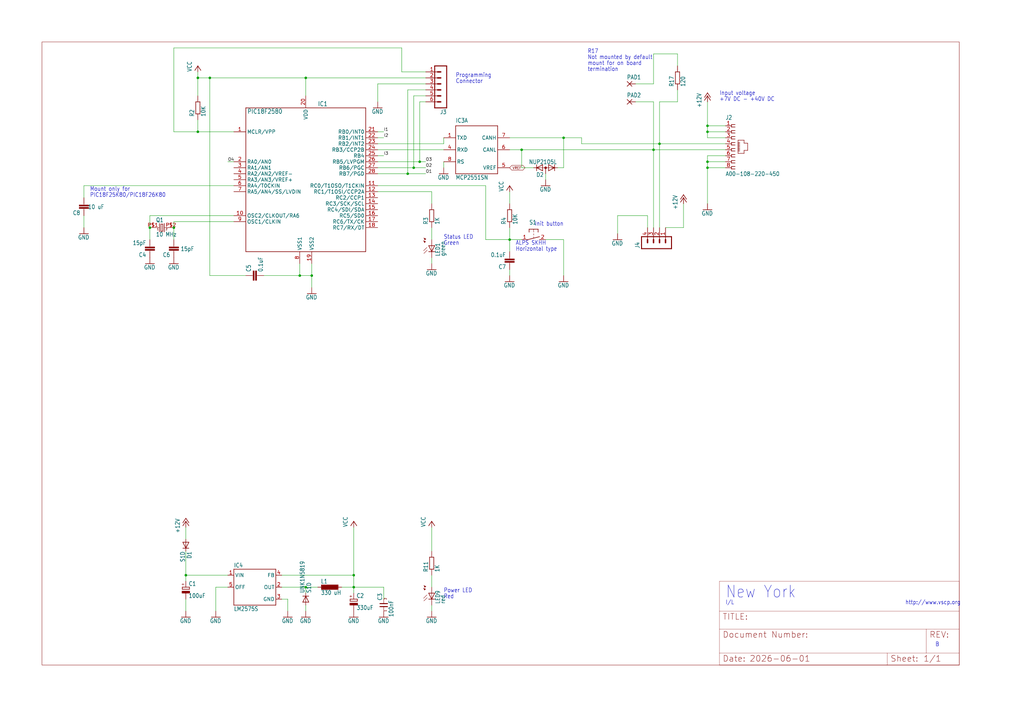
<source format=kicad_sch>
(kicad_sch (version 20250114) (generator "eeschema") (generator_version "9.0")
  (paper "User" 433.807 302.311)
  (lib_symbols
    (symbol "new_york_rev_B-eagle-import:+12V" (power)
      (symbol "+12V_1_0"
        (polyline (pts (xy 0 1.27) (xy -1.27 -0.635)) (stroke (width 0.254)))
        (polyline (pts (xy 0 0) (xy -1.27 -1.905)) (stroke (width 0.254)))
        (polyline (pts (xy 1.27 -0.635) (xy 0 1.27)) (stroke (width 0.254)))
        (polyline (pts (xy 1.27 -1.905) (xy 0 0)) (stroke (width 0.254)))
        (pin power_in line (at 0 -2.54 90) (length 2.54) (name "+12V") (number "1"))
      )
    )
    (symbol "new_york_rev_B-eagle-import:1,6/0,8"
      (property "Reference" "PAD" (at -1.143 1.8542 0))
      (symbol "1,6/0,8_1_0"
        (polyline (pts (xy -1.016 1.016) (xy 1.016 -1.016)) (stroke (width 0.254)))
        (polyline (pts (xy -1.016 -1.016) (xy 1.016 1.016)) (stroke (width 0.254)))
        (pin passive line (at 2.54 0 180) (length 2.54) (name "P") (number "1"))
      )
    )
    (symbol "new_york_rev_B-eagle-import:31-XX"
      (property "Reference" "S" (at -6.35 -1.905 90))
      (symbol "31-XX_1_0"
        (polyline (pts (xy -4.445 1.905) (xy -4.445 0)) (stroke (width 0.254)))
        (polyline (pts (xy -4.445 1.905) (xy -3.175 1.905)) (stroke (width 0.254)))
        (polyline (pts (xy -4.445 0) (xy -4.445 -1.905)) (stroke (width 0.254)))
        (polyline (pts (xy -4.445 0) (xy -3.175 0)) (stroke (width 0.1524)))
        (polyline (pts (xy -4.445 -1.905) (xy -3.175 -1.905)) (stroke (width 0.254)))
        (polyline (pts (xy -2.54 0) (xy -1.905 0)) (stroke (width 0.1524)))
        (polyline (pts (xy -1.27 0) (xy -0.635 0)) (stroke (width 0.1524)))
        (polyline (pts (xy -0.635 0) (xy -1.27 2.54)) (stroke (width 0.254)))
        (polyline (pts (xy 0 2.54) (xy 0 3.175)) (stroke (width 0.254)))
        (polyline (pts (xy 0 -2.54) (xy -0.635 0)) (stroke (width 0.254)))
        (polyline (pts (xy 0 -3.175) (xy 0 -2.54)) (stroke (width 0.254)))
        (pin passive line (at 0 5.08 270) (length 2.54) (name "S") (number "2"))
        (pin passive line (at 0 -5.08 90) (length 2.54) (name "P") (number "1"))
      )
    )
    (symbol "new_york_rev_B-eagle-import:A00-108-220-450"
      (symbol "A00-108-220-450_1_0"
        (polyline (pts (xy 2.54 8.128) (xy 2.54 7.112)) (stroke (width 0.254)))
        (polyline (pts (xy 2.54 7.112) (xy 4.064 7.112)) (stroke (width 0.254)))
        (polyline (pts (xy 2.54 5.588) (xy 2.54 4.572)) (stroke (width 0.254)))
        (polyline (pts (xy 2.54 4.572) (xy 4.064 4.572)) (stroke (width 0.254)))
        (polyline (pts (xy 2.54 3.048) (xy 2.54 2.032)) (stroke (width 0.254)))
        (polyline (pts (xy 2.54 2.032) (xy 4.064 2.032)) (stroke (width 0.254)))
        (polyline (pts (xy 2.54 0.508) (xy 2.54 -0.508)) (stroke (width 0.254)))
        (polyline (pts (xy 2.54 -0.508) (xy 4.064 -0.508)) (stroke (width 0.254)))
        (polyline (pts (xy 2.54 -2.032) (xy 2.54 -3.048)) (stroke (width 0.254)))
        (polyline (pts (xy 2.54 -3.048) (xy 4.064 -3.048)) (stroke (width 0.254)))
        (polyline (pts (xy 2.54 -4.572) (xy 2.54 -5.588)) (stroke (width 0.254)))
        (polyline (pts (xy 2.54 -5.588) (xy 4.064 -5.588)) (stroke (width 0.254)))
        (polyline (pts (xy 2.54 -7.112) (xy 2.54 -8.128)) (stroke (width 0.254)))
        (polyline (pts (xy 2.54 -8.128) (xy 4.064 -8.128)) (stroke (width 0.254)))
        (polyline (pts (xy 2.54 -9.652) (xy 2.54 -10.668)) (stroke (width 0.254)))
        (polyline (pts (xy 2.54 -10.668) (xy 4.064 -10.668)) (stroke (width 0.254)))
        (polyline (pts (xy 4.064 8.128) (xy 2.54 8.128)) (stroke (width 0.254)))
        (polyline (pts (xy 4.064 5.588) (xy 2.54 5.588)) (stroke (width 0.254)))
        (polyline (pts (xy 4.064 3.048) (xy 2.54 3.048)) (stroke (width 0.254)))
        (polyline (pts (xy 4.064 0.508) (xy 2.54 0.508)) (stroke (width 0.254)))
        (polyline (pts (xy 4.064 -2.032) (xy 2.54 -2.032)) (stroke (width 0.254)))
        (polyline (pts (xy 4.064 -4.572) (xy 2.54 -4.572)) (stroke (width 0.254)))
        (polyline (pts (xy 4.064 -7.112) (xy 2.54 -7.112)) (stroke (width 0.254)))
        (polyline (pts (xy 4.064 -9.652) (xy 2.54 -9.652)) (stroke (width 0.254)))
        (polyline (pts (xy 5.334 1.524) (xy 5.334 0.508)) (stroke (width 0.1998)))
        (polyline (pts (xy 5.334 0.508) (xy 5.334 0)) (stroke (width 0.1998)))
        (polyline (pts (xy 5.334 0.508) (xy 6.096 0.508)) (stroke (width 0.1998)))
        (polyline (pts (xy 5.334 0) (xy 5.334 -0.508)) (stroke (width 0.1998)))
        (polyline (pts (xy 5.334 0) (xy 6.096 0)) (stroke (width 0.1998)))
        (polyline (pts (xy 5.334 -0.508) (xy 5.334 -1.016)) (stroke (width 0.1998)))
        (polyline (pts (xy 5.334 -0.508) (xy 6.096 -0.508)) (stroke (width 0.1998)))
        (polyline (pts (xy 5.334 -1.016) (xy 5.334 -1.524)) (stroke (width 0.1998)))
        (polyline (pts (xy 5.334 -1.016) (xy 6.096 -1.016)) (stroke (width 0.1998)))
        (polyline (pts (xy 5.334 -1.524) (xy 5.334 -2.032)) (stroke (width 0.1998)))
        (polyline (pts (xy 5.334 -1.524) (xy 6.096 -1.524)) (stroke (width 0.1998)))
        (polyline (pts (xy 5.334 -2.032) (xy 5.334 -2.54)) (stroke (width 0.1998)))
        (polyline (pts (xy 5.334 -2.032) (xy 6.096 -2.032)) (stroke (width 0.1998)))
        (polyline (pts (xy 5.334 -2.54) (xy 5.334 -3.048)) (stroke (width 0.1998)))
        (polyline (pts (xy 5.334 -2.54) (xy 6.096 -2.54)) (stroke (width 0.1998)))
        (polyline (pts (xy 5.334 -3.048) (xy 5.334 -4.064)) (stroke (width 0.1998)))
        (polyline (pts (xy 5.334 -3.048) (xy 6.096 -3.048)) (stroke (width 0.1998)))
        (polyline (pts (xy 5.334 -4.064) (xy 7.874 -4.064)) (stroke (width 0.1998)))
        (polyline (pts (xy 7.874 1.524) (xy 5.334 1.524)) (stroke (width 0.1998)))
        (polyline (pts (xy 7.874 0.254) (xy 7.874 1.524)) (stroke (width 0.1998)))
        (polyline (pts (xy 7.874 -2.794) (xy 9.398 -2.794)) (stroke (width 0.1998)))
        (polyline (pts (xy 7.874 -4.064) (xy 7.874 -2.794)) (stroke (width 0.1998)))
        (polyline (pts (xy 9.398 0.254) (xy 7.874 0.254)) (stroke (width 0.1998)))
        (polyline (pts (xy 9.398 -2.794) (xy 9.398 0.254)) (stroke (width 0.1998)))
        (pin passive line (at 0 7.62 0) (length 2.54) (name "1") (number "1"))
        (pin passive line (at 0 5.08 0) (length 2.54) (name "2") (number "2"))
        (pin passive line (at 0 2.54 0) (length 2.54) (name "3") (number "3"))
        (pin passive line (at 0 0 0) (length 2.54) (name "4") (number "4"))
        (pin passive line (at 0 -2.54 0) (length 2.54) (name "5") (number "5"))
        (pin passive line (at 0 -5.08 0) (length 2.54) (name "6") (number "6"))
        (pin passive line (at 0 -7.62 0) (length 2.54) (name "7") (number "7"))
        (pin passive line (at 0 -10.16 0) (length 2.54) (name "8") (number "8"))
      )
    )
    (symbol "new_york_rev_B-eagle-import:C-EUC0805"
      (property "Reference" "C" (at 1.524 0.381 0))
      (symbol "C-EUC0805_1_0"
        (rectangle (start -2.032 -1.016) (end 2.032 -0.508) (fill (type outline)))
        (rectangle (start -2.032 -2.032) (end 2.032 -1.524) (fill (type outline)))
        (polyline (pts (xy 0 0) (xy 0 -0.508)) (stroke (width 0.1524)))
        (polyline (pts (xy 0 -2.54) (xy 0 -2.032)) (stroke (width 0.1524)))
        (pin passive line (at 0 2.54 270) (length 2.54) (name "1") (number "1"))
        (pin passive line (at 0 -5.08 90) (length 2.54) (name "2") (number "2"))
      )
    )
    (symbol "new_york_rev_B-eagle-import:CNP-0805"
      (property "Reference" "C" (at 1.905 0.635 0))
      (symbol "CNP-0805_1_0"
        (polyline (pts (xy -2.54 0) (xy -0.635 0)) (stroke (width 0.1524)))
        (polyline (pts (xy -0.635 1.5875) (xy -0.635 0)) (stroke (width 0.4064)))
        (polyline (pts (xy -0.635 0) (xy -0.635 -1.5875)) (stroke (width 0.4064)))
        (polyline (pts (xy 0.635 1.5875) (xy 0.635 0)) (stroke (width 0.4064)))
        (polyline (pts (xy 0.635 0) (xy 0.635 -1.5875)) (stroke (width 0.4064)))
        (polyline (pts (xy 2.54 0) (xy 0.635 0)) (stroke (width 0.1524)))
        (text "1" (at -2.794 -1.27 0) (effects (font (size 0.8636 0.734)) (justify left bottom)))
        (text "2" (at 2.286 -1.27 0) (effects (font (size 0.8636 0.734)) (justify left bottom)))
        (pin passive line (at -2.54 0 0) (length 0) (name "1") (number "1"))
        (pin passive line (at 2.54 0 180) (length 0) (name "2") (number "2"))
      )
    )
    (symbol "new_york_rev_B-eagle-import:CPOL-EUD"
      (property "Reference" "C" (at 1.143 0.4826 0))
      (symbol "CPOL-EUD_1_0"
        (rectangle (start -1.651 -2.54) (end 1.651 -1.651) (fill (type outline)))
        (polyline (pts (xy -1.524 0) (xy -1.524 -0.889)) (stroke (width 0.254)))
        (polyline (pts (xy -1.524 0) (xy 1.524 0)) (stroke (width 0.254)))
        (polyline (pts (xy -1.524 -0.889) (xy 1.524 -0.889)) (stroke (width 0.254)))
        (polyline (pts (xy 1.524 -0.889) (xy 1.524 0)) (stroke (width 0.254)))
        (text "+" (at -0.5842 0.4064 900) (effects (font (size 1.27 1.0795)) (justify left bottom)))
        (pin passive line (at 0 2.54 270) (length 2.54) (name "+") (number "+"))
        (pin passive line (at 0 -5.08 90) (length 2.54) (name "-") (number "-"))
      )
    )
    (symbol "new_york_rev_B-eagle-import:DINA3_L"
      (symbol "DINA3_L_1_0"
        (polyline (pts (xy 0 264.16) (xy 388.62 264.16) (xy 388.62 0) (xy 0 0) (xy 0 264.16)))
      )
      (symbol "DINA3_L_2_0"
        (polyline (pts (xy 0 22.86) (xy 0 35.56)) (stroke (width 0.1016)))
        (polyline (pts (xy 0 22.86) (xy 101.6 22.86)) (stroke (width 0.1016)))
        (polyline (pts (xy 0 15.24) (xy 0 22.86)) (stroke (width 0.1016)))
        (polyline (pts (xy 0 5.08) (xy 0 15.24)) (stroke (width 0.1016)))
        (polyline (pts (xy 0 5.08) (xy 71.12 5.08)) (stroke (width 0.1016)))
        (polyline (pts (xy 0 0) (xy 0 5.08)) (stroke (width 0.1016)))
        (polyline (pts (xy 0 0) (xy 71.12 0)) (stroke (width 0.1016)))
        (polyline (pts (xy 71.12 5.08) (xy 71.12 0)) (stroke (width 0.1016)))
        (polyline (pts (xy 71.12 5.08) (xy 87.63 5.08)) (stroke (width 0.1016)))
        (polyline (pts (xy 71.12 0) (xy 101.6 0)) (stroke (width 0.1016)))
        (polyline (pts (xy 87.63 15.24) (xy 0 15.24)) (stroke (width 0.1016)))
        (polyline (pts (xy 87.63 15.24) (xy 87.63 5.08)) (stroke (width 0.1016)))
        (polyline (pts (xy 87.63 5.08) (xy 101.6 5.08)) (stroke (width 0.1016)))
        (polyline (pts (xy 101.6 35.56) (xy 0 35.56)) (stroke (width 0.1016)))
        (polyline (pts (xy 101.6 35.56) (xy 101.6 22.86)) (stroke (width 0.1016)))
        (polyline (pts (xy 101.6 22.86) (xy 101.6 15.24)) (stroke (width 0.1016)))
        (polyline (pts (xy 101.6 15.24) (xy 87.63 15.24)) (stroke (width 0.1016)))
        (polyline (pts (xy 101.6 15.24) (xy 101.6 5.08)) (stroke (width 0.1016)))
        (polyline (pts (xy 101.6 5.08) (xy 101.6 0)) (stroke (width 0.1016)))
        (text "TITLE:" (at 1.27 19.05 0) (effects (font (size 2.54 2.54)) (justify left bottom)))
        (text "Document Number:" (at 1.27 11.43 0) (effects (font (size 2.54 2.54)) (justify left bottom)))
        (text "Date:" (at 1.27 1.27 0) (effects (font (size 2.54 2.54)) (justify left bottom)))
        (text "${CURRENT_DATE}" (at 12.7 1.27 0) (effects (font (size 2.54 2.54)) (justify left bottom)))
        (text "${PROJECTNAME}" (at 17.78 19.05 0) (effects (font (size 2.54 2.54)) (justify left bottom)))
        (text "Sheet:" (at 72.39 1.27 0) (effects (font (size 2.54 2.54)) (justify left bottom)))
        (text "${#}/${##}" (at 86.36 1.27 0) (effects (font (size 2.54 2.54)) (justify left bottom)))
        (text "REV:" (at 88.9 11.43 0) (effects (font (size 2.54 2.54)) (justify left bottom)))
      )
    )
    (symbol "new_york_rev_B-eagle-import:DIODE-2CA|ACSOT23"
      (property "Reference" "D" (at 0.762 2.0066 0))
      (symbol "DIODE-2CA|ACSOT23_1_0"
        (polyline (pts (xy -3.81 0) (xy -3.81 1.27)) (stroke (width 0.254)))
        (polyline (pts (xy -3.81 0) (xy -1.27 -1.27)) (stroke (width 0.254)))
        (polyline (pts (xy -3.81 0) (xy 3.81 0)) (stroke (width 0.1524)))
        (polyline (pts (xy -3.81 -1.27) (xy -3.81 0)) (stroke (width 0.254)))
        (polyline (pts (xy -2.54 0) (xy -3.81 0)) (stroke (width 0.1524)))
        (polyline (pts (xy -1.27 1.27) (xy -3.81 0)) (stroke (width 0.254)))
        (polyline (pts (xy -1.27 -1.27) (xy -1.27 1.27)) (stroke (width 0.254)))
        (circle (center 0 0) (radius 0.127) (stroke (width 0.4064)))
        (polyline (pts (xy 1.27 1.27) (xy 3.81 0)) (stroke (width 0.254)))
        (polyline (pts (xy 1.27 -1.27) (xy 1.27 1.27)) (stroke (width 0.254)))
        (polyline (pts (xy 3.81 0) (xy 1.27 -1.27)) (stroke (width 0.254)))
        (polyline (pts (xy 3.81 0) (xy 3.81 1.27)) (stroke (width 0.254)))
        (polyline (pts (xy 3.81 -1.27) (xy 3.81 0)) (stroke (width 0.254)))
        (pin passive line (at -5.08 0 0) (length 2.54) (name "K1") (number "1"))
        (pin passive line (at 0 2.54 270) (length 2.54) (name "A") (number "3"))
        (pin passive line (at 5.08 0 180) (length 2.54) (name "K2") (number "2"))
      )
    )
    (symbol "new_york_rev_B-eagle-import:DIODE-SOD123"
      (property "Reference" "D" (at 2.54 0.4826 0))
      (symbol "DIODE-SOD123_1_0"
        (polyline (pts (xy -1.27 1.27) (xy -1.27 -1.27)) (stroke (width 0.254)))
        (polyline (pts (xy -1.27 -1.27) (xy 1.27 0)) (stroke (width 0.254)))
        (polyline (pts (xy 1.27 1.27) (xy 1.27 0)) (stroke (width 0.254)))
        (polyline (pts (xy 1.27 0) (xy -1.27 1.27)) (stroke (width 0.254)))
        (polyline (pts (xy 1.27 0) (xy 1.27 -1.27)) (stroke (width 0.254)))
        (pin passive line (at -2.54 0 0) (length 2.54) (name "A") (number "A"))
        (pin passive line (at 2.54 0 180) (length 2.54) (name "C") (number "C"))
      )
    )
    (symbol "new_york_rev_B-eagle-import:DO3316P"
      (property "Reference" "L" (at -3.81 1.4986 0))
      (symbol "DO3316P_1_0"
        (rectangle (start -3.556 -1.016) (end 3.556 1.016) (fill (type outline)))
        (pin passive line (at -5.08 0 0) (length 2.54) (name "1") (number "1"))
        (pin passive line (at 5.08 0 180) (length 2.54) (name "2") (number "2"))
      )
    )
    (symbol "new_york_rev_B-eagle-import:GND" (power)
      (symbol "GND_1_0"
        (polyline (pts (xy -1.905 0) (xy 1.905 0)) (stroke (width 0.254)))
        (pin power_in line (at 0 2.54 270) (length 2.54) (name "GND") (number "1"))
      )
    )
    (symbol "new_york_rev_B-eagle-import:HC-49S"
      (symbol "HC-49S_1_0"
        (polyline (pts (xy -2.54 0) (xy -1.016 0)) (stroke (width 0.1524)))
        (polyline (pts (xy -1.016 1.778) (xy -1.016 -1.778)) (stroke (width 0.254)))
        (polyline (pts (xy -0.381 1.524) (xy -0.381 -1.524)) (stroke (width 0.254)))
        (polyline (pts (xy -0.381 -1.524) (xy 0.381 -1.524)) (stroke (width 0.254)))
        (polyline (pts (xy 0.381 1.524) (xy -0.381 1.524)) (stroke (width 0.254)))
        (polyline (pts (xy 0.381 -1.524) (xy 0.381 1.524)) (stroke (width 0.254)))
        (polyline (pts (xy 1.016 1.778) (xy 1.016 -1.778)) (stroke (width 0.254)))
        (polyline (pts (xy 1.016 0) (xy 2.54 0)) (stroke (width 0.1524)))
        (text "1" (at -2.159 -1.143 0) (effects (font (size 0.8636 0.734)) (justify left bottom)))
        (text "2" (at 1.524 -1.143 0) (effects (font (size 0.8636 0.734)) (justify left bottom)))
        (pin passive line (at -5.08 0 0) (length 2.54) (name "1") (number "P$1"))
        (pin passive line (at 5.08 0 180) (length 2.54) (name "2") (number "P$2"))
      )
    )
    (symbol "new_york_rev_B-eagle-import:LEDCHIP-LED0805"
      (property "Reference" "LED" (at 3.556 -4.572 90))
      (symbol "LEDCHIP-LED0805_1_0"
        (polyline (pts (xy -3.429 2.159) (xy -3.048 1.27) (xy -2.54 1.778)) (stroke (width 0.1524)) (fill (type outline)))
        (polyline (pts (xy -3.302 3.302) (xy -2.921 2.413) (xy -2.413 2.921)) (stroke (width 0.1524)) (fill (type outline)))
        (polyline (pts (xy -2.032 -0.762) (xy -3.429 -2.159)) (stroke (width 0.1524)))
        (polyline (pts (xy -1.905 -1.905) (xy -3.302 -3.302)) (stroke (width 0.1524)))
        (polyline (pts (xy 0 0) (xy -1.27 0)) (stroke (width 0.254)))
        (polyline (pts (xy 0 0) (xy 0 -2.54)) (stroke (width 0.1524)))
        (polyline (pts (xy 0 -2.54) (xy -1.27 0)) (stroke (width 0.254)))
        (polyline (pts (xy 0 -2.54) (xy -1.27 -2.54)) (stroke (width 0.254)))
        (polyline (pts (xy 1.27 0) (xy 0 0)) (stroke (width 0.254)))
        (polyline (pts (xy 1.27 0) (xy 0 -2.54)) (stroke (width 0.254)))
        (polyline (pts (xy 1.27 -2.54) (xy 0 -2.54)) (stroke (width 0.254)))
        (pin passive line (at 0 2.54 270) (length 2.54) (name "A") (number "A"))
        (pin passive line (at 0 -5.08 90) (length 2.54) (name "C") (number "C"))
      )
    )
    (symbol "new_york_rev_B-eagle-import:LM2575S"
      (property "Reference" "IC" (at -7.62 8.28 0))
      (symbol "LM2575S_1_0"
        (polyline (pts (xy -7.62 7.62) (xy -7.62 -7.62)) (stroke (width 0.254)))
        (polyline (pts (xy -7.62 -7.62) (xy 10.16 -7.62)) (stroke (width 0.254)))
        (polyline (pts (xy 10.16 7.62) (xy -7.62 7.62)) (stroke (width 0.254)))
        (polyline (pts (xy 10.16 -7.62) (xy 10.16 7.62)) (stroke (width 0.254)))
        (pin power_in line (at -10.16 5.08 0) (length 2.54) (name "VIN") (number "1"))
        (pin input line (at -10.16 0 0) (length 2.54) (name "OFF") (number "5"))
        (pin input line (at 12.7 5.08 180) (length 2.54) (name "FB") (number "4"))
        (pin output line (at 12.7 0 180) (length 2.54) (name "OUT") (number "2"))
        (pin power_in line (at 12.7 -5.08 180) (length 2.54) (name "GND") (number "3"))
      )
    )
    (symbol "new_york_rev_B-eagle-import:MA04-1"
      (property "Reference" "SV" (at -1.27 5.842 0))
      (symbol "MA04-1_1_0"
        (polyline (pts (xy -1.27 5.08) (xy -1.27 -7.62)) (stroke (width 0.4064)))
        (polyline (pts (xy -1.27 5.08) (xy 3.81 5.08)) (stroke (width 0.4064)))
        (polyline (pts (xy 1.27 2.54) (xy 2.54 2.54)) (stroke (width 0.6096)))
        (polyline (pts (xy 1.27 0) (xy 2.54 0)) (stroke (width 0.6096)))
        (polyline (pts (xy 1.27 -2.54) (xy 2.54 -2.54)) (stroke (width 0.6096)))
        (polyline (pts (xy 1.27 -5.08) (xy 2.54 -5.08)) (stroke (width 0.6096)))
        (polyline (pts (xy 3.81 -7.62) (xy -1.27 -7.62)) (stroke (width 0.4064)))
        (polyline (pts (xy 3.81 -7.62) (xy 3.81 5.08)) (stroke (width 0.4064)))
        (pin passive line (at 7.62 2.54 180) (length 5.08) (name "4") (number "4"))
        (pin passive line (at 7.62 0 180) (length 5.08) (name "3") (number "3"))
        (pin passive line (at 7.62 -2.54 180) (length 5.08) (name "2") (number "2"))
        (pin passive line (at 7.62 -5.08 180) (length 5.08) (name "1") (number "1"))
      )
    )
    (symbol "new_york_rev_B-eagle-import:MA06-1"
      (property "Reference" "SV" (at -1.27 8.382 0))
      (symbol "MA06-1_1_0"
        (polyline (pts (xy -1.27 7.62) (xy -1.27 -10.16)) (stroke (width 0.4064)))
        (polyline (pts (xy -1.27 7.62) (xy 3.81 7.62)) (stroke (width 0.4064)))
        (polyline (pts (xy 1.27 5.08) (xy 2.54 5.08)) (stroke (width 0.6096)))
        (polyline (pts (xy 1.27 2.54) (xy 2.54 2.54)) (stroke (width 0.6096)))
        (polyline (pts (xy 1.27 0) (xy 2.54 0)) (stroke (width 0.6096)))
        (polyline (pts (xy 1.27 -2.54) (xy 2.54 -2.54)) (stroke (width 0.6096)))
        (polyline (pts (xy 1.27 -5.08) (xy 2.54 -5.08)) (stroke (width 0.6096)))
        (polyline (pts (xy 1.27 -7.62) (xy 2.54 -7.62)) (stroke (width 0.6096)))
        (polyline (pts (xy 3.81 -10.16) (xy -1.27 -10.16)) (stroke (width 0.4064)))
        (polyline (pts (xy 3.81 -10.16) (xy 3.81 7.62)) (stroke (width 0.4064)))
        (pin passive line (at 7.62 5.08 180) (length 5.08) (name "6") (number "6"))
        (pin passive line (at 7.62 2.54 180) (length 5.08) (name "5") (number "5"))
        (pin passive line (at 7.62 0 180) (length 5.08) (name "4") (number "4"))
        (pin passive line (at 7.62 -2.54 180) (length 5.08) (name "3") (number "3"))
        (pin passive line (at 7.62 -5.08 180) (length 5.08) (name "2") (number "2"))
        (pin passive line (at 7.62 -7.62 180) (length 5.08) (name "1") (number "1"))
      )
    )
    (symbol "new_york_rev_B-eagle-import:MCP2551SN"
      (property "Reference" "U" (at -2.54 0 0))
      (symbol "MCP2551SN_1_0"
        (polyline (pts (xy -10.16 10.16) (xy -10.16 -10.16)) (stroke (width 0.254)))
        (polyline (pts (xy -10.16 -10.16) (xy 7.62 -10.16)) (stroke (width 0.254)))
        (polyline (pts (xy 7.62 10.16) (xy -10.16 10.16)) (stroke (width 0.254)))
        (polyline (pts (xy 7.62 -10.16) (xy 7.62 10.16)) (stroke (width 0.254)))
        (pin input line (at -15.24 5.08 0) (length 5.08) (name "TXD") (number "1"))
        (pin output line (at -15.24 0 0) (length 5.08) (name "RXD") (number "4"))
        (pin input line (at -15.24 -5.08 0) (length 5.08) (name "RS") (number "8"))
        (pin bidirectional line (at 12.7 5.08 180) (length 5.08) (name "CANH") (number "7"))
        (pin bidirectional line (at 12.7 0 180) (length 5.08) (name "CANL") (number "6"))
        (pin power_in line (at 12.7 -7.62 180) (length 5.08) (name "VREF") (number "5"))
      )
      (symbol "MCP2551SN_2_0"
        (text "VDD" (at 2.54 2.54 900) (effects (font (size 1.4224 1.209)) (justify left bottom)))
        (text "VDD" (at 2.54 2.54 900) (effects (font (size 1.4224 1.209)) (justify left bottom)))
        (text "VSS" (at 2.54 -7.62 900) (effects (font (size 1.4224 1.209)) (justify left bottom)))
        (text "VSS" (at 2.54 -7.62 900) (effects (font (size 1.4224 1.209)) (justify left bottom)))
        (pin power_in line (at 0 7.62 270) (length 5.08) (name "VDD") (number "3"))
        (pin power_in line (at 0 -7.62 90) (length 5.08) (name "VSS") (number "2"))
      )
    )
    (symbol "new_york_rev_B-eagle-import:PIC18F252-?I/SO"
      (property "Reference" "IC" (at 5.08 31.115 0))
      (symbol "PIC18F252-?I/SO_1_0"
        (polyline (pts (xy -25.4 30.48) (xy 25.4 30.48)) (stroke (width 0.254)))
        (polyline (pts (xy -25.4 -30.48) (xy -25.4 30.48)) (stroke (width 0.254)))
        (polyline (pts (xy 25.4 30.48) (xy 25.4 -30.48)) (stroke (width 0.254)))
        (polyline (pts (xy 25.4 -30.48) (xy -25.4 -30.48)) (stroke (width 0.254)))
        (pin input line (at -30.48 20.32 0) (length 5.08) (name "MCLR/VPP") (number "1"))
        (pin bidirectional line (at -30.48 7.62 0) (length 5.08) (name "RA0/AN0") (number "2"))
        (pin bidirectional line (at -30.48 5.08 0) (length 5.08) (name "RA1/AN1") (number "3"))
        (pin bidirectional line (at -30.48 2.54 0) (length 5.08) (name "RA2/AN2/VREF-") (number "4"))
        (pin bidirectional line (at -30.48 0 0) (length 5.08) (name "RA3/AN3/VREF+") (number "5"))
        (pin open_collector line (at -30.48 -2.54 0) (length 5.08) (name "RA4/T0CKIN") (number "6"))
        (pin bidirectional line (at -30.48 -5.08 0) (length 5.08) (name "RA5/AN4/SS/LVDIN") (number "7"))
        (pin output line (at -30.48 -15.24 0) (length 5.08) (name "OSC2/CLKOUT/RA6") (number "10"))
        (pin input line (at -30.48 -17.78 0) (length 5.08) (name "OSC1/CLKIN") (number "9"))
        (pin power_in line (at -2.54 -35.56 90) (length 5.08) (name "VSS1") (number "8"))
        (pin power_in line (at 0 35.56 270) (length 5.08) (name "VDD") (number "20"))
        (pin power_in line (at 2.54 -35.56 90) (length 5.08) (name "VSS2") (number "19"))
        (pin bidirectional line (at 30.48 20.32 180) (length 5.08) (name "RB0/INT0") (number "21"))
        (pin bidirectional line (at 30.48 17.78 180) (length 5.08) (name "RB1/INT1") (number "22"))
        (pin bidirectional line (at 30.48 15.24 180) (length 5.08) (name "RB2/INT2") (number "23"))
        (pin bidirectional line (at 30.48 12.7 180) (length 5.08) (name "RB3/CCP2B") (number "24"))
        (pin bidirectional line (at 30.48 10.16 180) (length 5.08) (name "RB4") (number "25"))
        (pin bidirectional line (at 30.48 7.62 180) (length 5.08) (name "RB5/LVPGM") (number "26"))
        (pin bidirectional line (at 30.48 5.08 180) (length 5.08) (name "RB6/PGC") (number "27"))
        (pin bidirectional line (at 30.48 2.54 180) (length 5.08) (name "RB7/PGD") (number "28"))
        (pin bidirectional line (at 30.48 -2.54 180) (length 5.08) (name "RC0/T1OSO/T1CKIN") (number "11"))
        (pin bidirectional line (at 30.48 -5.08 180) (length 5.08) (name "RC1/T1OSI/CCP2A") (number "12"))
        (pin bidirectional line (at 30.48 -7.62 180) (length 5.08) (name "RC2/CCP1") (number "13"))
        (pin bidirectional line (at 30.48 -10.16 180) (length 5.08) (name "RC3/SCK/SCL") (number "14"))
        (pin bidirectional line (at 30.48 -12.7 180) (length 5.08) (name "RC4/SDI/SDA") (number "15"))
        (pin bidirectional line (at 30.48 -15.24 180) (length 5.08) (name "RC5/SD0") (number "16"))
        (pin bidirectional line (at 30.48 -17.78 180) (length 5.08) (name "RC6/TX/CK") (number "17"))
        (pin bidirectional line (at 30.48 -20.32 180) (length 5.08) (name "RC7/RX/DT") (number "18"))
      )
    )
    (symbol "new_york_rev_B-eagle-import:R-EU_R0805"
      (property "Reference" "R" (at -3.81 1.4986 0))
      (symbol "R-EU_R0805_1_0"
        (polyline (pts (xy -2.54 -0.889) (xy -2.54 0.889)) (stroke (width 0.254)))
        (polyline (pts (xy -2.54 -0.889) (xy 2.54 -0.889)) (stroke (width 0.254)))
        (polyline (pts (xy 2.54 0.889) (xy -2.54 0.889)) (stroke (width 0.254)))
        (polyline (pts (xy 2.54 -0.889) (xy 2.54 0.889)) (stroke (width 0.254)))
        (pin passive line (at -5.08 0 0) (length 2.54) (name "1") (number "1"))
        (pin passive line (at 5.08 0 180) (length 2.54) (name "2") (number "2"))
      )
    )
    (symbol "new_york_rev_B-eagle-import:VCC" (power)
      (symbol "VCC_1_0"
        (polyline (pts (xy 0 0) (xy -1.27 -1.905)) (stroke (width 0.254)))
        (polyline (pts (xy 1.27 -1.905) (xy 0 0)) (stroke (width 0.254)))
        (pin power_in line (at 0 -2.54 90) (length 2.54) (name "VCC") (number "1"))
      )
    )
  )
  (text "Status LED" (at 187.96 101.6 0) (effects (font (size 1.778 1.5113)) (justify left bottom)))
  (text "Mount only for" (at 38.1 81.28 0) (effects (font (size 1.778 1.5113)) (justify left bottom)))
  (text "I/L" (at 307.34 256.54 0) (effects (font (size 1.778 1.5113)) (justify left bottom)))
  (text "B" (at 396.24 274.32 0) (effects (font (size 1.778 1.5113)) (justify left bottom)))
  (text "PIC18F25K80/PIC18F26K80" (at 38.1 83.82 0) (effects (font (size 1.778 1.5113)) (justify left bottom)))
  (text "New York" (at 307.34 254 0) (effects (font (size 5.08 4.318)) (justify left bottom)))
  (text "Horizontal type" (at 218.44 106.68 0) (effects (font (size 1.778 1.5113)) (justify left bottom)))
  (text "Input voltage" (at 304.8 40.64 0) (effects (font (size 1.778 1.5113)) (justify left bottom)))
  (text "termination" (at 248.92 30.48 0) (effects (font (size 1.778 1.5113)) (justify left bottom)))
  (text "Not mounted by default" (at 248.92 25.4 0) (effects (font (size 1.778 1.5113)) (justify left bottom)))
  (text "ALPS SKHH" (at 218.44 104.14 0) (effects (font (size 1.778 1.5113)) (justify left bottom)))
  (text "+7V DC - +40V DC" (at 304.8 43.18 0) (effects (font (size 1.778 1.5113)) (justify left bottom)))
  (text "R17" (at 248.92 22.86 0) (effects (font (size 1.778 1.5113)) (justify left bottom)))
  (text "Connector" (at 193.04 35.56 0) (effects (font (size 1.778 1.5113)) (justify left bottom)))
  (text "Green" (at 187.96 104.14 0) (effects (font (size 1.778 1.5113)) (justify left bottom)))
  (text "http://www.vscp.org" (at 383.54 256.54 0) (effects (font (size 1.778 1.5113)) (justify left bottom)))
  (text "Init button" (at 238.76 93.98 0) (effects (font (size 1.778 1.5113)) (justify right top)))
  (text "Programming" (at 193.04 33.02 0) (effects (font (size 1.778 1.5113)) (justify left bottom)))
  (text "Power LED" (at 187.96 251.46 0) (effects (font (size 1.778 1.5113)) (justify left bottom)))
  (text "mount for on board" (at 248.92 27.94 0) (effects (font (size 1.778 1.5113)) (justify left bottom)))
  (text "Red" (at 187.96 254 0) (effects (font (size 1.778 1.5113)) (justify left bottom)))
  (junction (at 127 116.84))
  (junction (at 83.82 33.02))
  (junction (at 129.54 33.02))
  (junction (at 299.72 68.58))
  (junction (at 78.74 243.84))
  (junction (at 149.86 248.92))
  (junction (at 279.4 60.96))
  (junction (at 238.76 58.42))
  (junction (at 88.9 33.02))
  (junction (at 73.66 96.52))
  (junction (at 220.98 63.5))
  (junction (at 129.54 248.92))
  (junction (at 175.26 71.12))
  (junction (at 276.86 63.5))
  (junction (at 299.72 71.12))
  (junction (at 132.08 116.84))
  (junction (at 215.9 101.6))
  (junction (at 299.72 55.88))
  (junction (at 149.86 243.84))
  (junction (at 172.72 73.66))
  (junction (at 299.72 53.34))
  (junction (at 177.8 68.58))
  (junction (at 63.5 96.52))
  (junction (at 83.82 55.88))
  (wire (pts (xy 63.5 96.52) (xy 63.5 101.6)) (stroke (width 0.1524)))
  (wire (pts (xy 276.86 63.5) (xy 220.98 63.5)) (stroke (width 0.1524)))
  (wire (pts (xy 99.06 68.58) (xy 96.52 68.58)) (stroke (width 0.1524)))
  (wire (pts (xy 299.72 58.42) (xy 299.72 55.88)) (stroke (width 0.1524)))
  (wire (pts (xy 73.66 101.6) (xy 73.66 96.52)) (stroke (width 0.1524)))
  (wire (pts (xy 127 111.76) (xy 127 116.84)) (stroke (width 0.1524)))
  (wire (pts (xy 129.54 248.92) (xy 134.62 248.92)) (stroke (width 0.1524)))
  (wire (pts (xy 182.88 101.6) (xy 182.88 96.52)) (stroke (width 0.1524)))
  (wire (pts (xy 160.02 81.28) (xy 182.88 81.28)) (stroke (width 0.1524)))
  (wire (pts (xy 287.02 43.18) (xy 279.4 43.18)) (stroke (width 0.1524)))
  (wire (pts (xy 238.76 58.42) (xy 246.38 58.42)) (stroke (width 0.1524)))
  (wire (pts (xy 182.88 256.54) (xy 182.88 259.08)) (stroke (width 0.1524)))
  (wire (pts (xy 162.56 248.92) (xy 162.56 254)) (stroke (width 0.1524)))
  (wire (pts (xy 91.44 248.92) (xy 91.44 259.08)) (stroke (width 0.1524)))
  (wire (pts (xy 83.82 33.02) (xy 83.82 30.48)) (stroke (width 0.1524)))
  (wire (pts (xy 177.8 43.18) (xy 177.8 68.58)) (stroke (width 0.1524)))
  (wire (pts (xy 119.38 243.84) (xy 149.86 243.84)) (stroke (width 0.1524)))
  (wire (pts (xy 73.66 93.98) (xy 99.06 93.98)) (stroke (width 0.1524)))
  (wire (pts (xy 160.02 66.04) (xy 162.56 66.04)) (stroke (width 0.1524)))
  (wire (pts (xy 276.86 43.18) (xy 276.86 63.5)) (stroke (width 0.1524)))
  (wire (pts (xy 149.86 248.92) (xy 144.78 248.92)) (stroke (width 0.1524)))
  (wire (pts (xy 279.4 43.18) (xy 279.4 60.96)) (stroke (width 0.1524)))
  (wire (pts (xy 215.9 63.5) (xy 220.98 63.5)) (stroke (width 0.1524)))
  (wire (pts (xy 236.22 71.12) (xy 238.76 71.12)) (stroke (width 0.1524)))
  (wire (pts (xy 160.02 63.5) (xy 187.96 63.5)) (stroke (width 0.1524)))
  (wire (pts (xy 307.34 53.34) (xy 299.72 53.34)) (stroke (width 0.1524)))
  (wire (pts (xy 299.72 55.88) (xy 299.72 53.34)) (stroke (width 0.1524)))
  (wire (pts (xy 289.56 96.52) (xy 289.56 86.36)) (stroke (width 0.1524)))
  (wire (pts (xy 83.82 40.64) (xy 83.82 33.02)) (stroke (width 0.1524)))
  (wire (pts (xy 299.72 66.04) (xy 299.72 68.58)) (stroke (width 0.1524)))
  (wire (pts (xy 231.14 76.2) (xy 231.14 73.66)) (stroke (width 0.1524)))
  (wire (pts (xy 238.76 101.6) (xy 238.76 116.84)) (stroke (width 0.1524)))
  (wire (pts (xy 35.56 96.52) (xy 35.56 91.44)) (stroke (width 0.1524)))
  (wire (pts (xy 99.06 78.74) (xy 35.56 78.74)) (stroke (width 0.1524)))
  (wire (pts (xy 121.92 254) (xy 121.92 259.08)) (stroke (width 0.1524)))
  (wire (pts (xy 279.4 96.52) (xy 279.4 60.96)) (stroke (width 0.1524)))
  (wire (pts (xy 83.82 50.8) (xy 83.82 55.88)) (stroke (width 0.1524)))
  (wire (pts (xy 73.66 55.88) (xy 83.82 55.88)) (stroke (width 0.1524)))
  (wire (pts (xy 226.06 71.12) (xy 220.98 71.12)) (stroke (width 0.1524)))
  (wire (pts (xy 160.02 60.96) (xy 187.96 60.96)) (stroke (width 0.1524)))
  (wire (pts (xy 175.26 71.12) (xy 180.34 71.12)) (stroke (width 0.1524)))
  (wire (pts (xy 307.34 55.88) (xy 299.72 55.88)) (stroke (width 0.1524)))
  (wire (pts (xy 215.9 58.42) (xy 238.76 58.42)) (stroke (width 0.1524)))
  (wire (pts (xy 215.9 101.6) (xy 205.74 101.6)) (stroke (width 0.1524)))
  (wire (pts (xy 276.86 96.52) (xy 276.86 63.5)) (stroke (width 0.1524)))
  (wire (pts (xy 73.66 20.32) (xy 73.66 55.88)) (stroke (width 0.1524)))
  (wire (pts (xy 215.9 96.52) (xy 215.9 101.6)) (stroke (width 0.1524)))
  (wire (pts (xy 78.74 228.6) (xy 78.74 223.52)) (stroke (width 0.1524)))
  (wire (pts (xy 261.62 91.44) (xy 261.62 99.06)) (stroke (width 0.1524)))
  (wire (pts (xy 175.26 71.12) (xy 175.26 40.64)) (stroke (width 0.1524)))
  (wire (pts (xy 269.24 43.18) (xy 276.86 43.18)) (stroke (width 0.1524)))
  (wire (pts (xy 35.56 78.74) (xy 35.56 83.82)) (stroke (width 0.1524)))
  (wire (pts (xy 182.88 109.22) (xy 182.88 111.76)) (stroke (width 0.1524)))
  (wire (pts (xy 287.02 27.94) (xy 287.02 22.86)) (stroke (width 0.1524)))
  (wire (pts (xy 182.88 81.28) (xy 182.88 86.36)) (stroke (width 0.1524)))
  (wire (pts (xy 104.14 116.84) (xy 88.9 116.84)) (stroke (width 0.1524)))
  (wire (pts (xy 307.34 58.42) (xy 299.72 58.42)) (stroke (width 0.1524)))
  (wire (pts (xy 287.02 22.86) (xy 276.86 22.86)) (stroke (width 0.1524)))
  (wire (pts (xy 180.34 30.48) (xy 170.18 30.48)) (stroke (width 0.1524)))
  (wire (pts (xy 215.9 114.3) (xy 215.9 116.84)) (stroke (width 0.1524)))
  (wire (pts (xy 281.94 96.52) (xy 289.56 96.52)) (stroke (width 0.1524)))
  (wire (pts (xy 180.34 43.18) (xy 177.8 43.18)) (stroke (width 0.1524)))
  (wire (pts (xy 132.08 121.92) (xy 132.08 116.84)) (stroke (width 0.1524)))
  (wire (pts (xy 220.98 71.12) (xy 220.98 63.5)) (stroke (width 0.1524)))
  (wire (pts (xy 182.88 233.68) (xy 182.88 223.52)) (stroke (width 0.1524)))
  (wire (pts (xy 215.9 86.36) (xy 215.9 81.28)) (stroke (width 0.1524)))
  (wire (pts (xy 129.54 40.64) (xy 129.54 33.02)) (stroke (width 0.1524)))
  (wire (pts (xy 182.88 248.92) (xy 182.88 243.84)) (stroke (width 0.1524)))
  (wire (pts (xy 99.06 91.44) (xy 63.5 91.44)) (stroke (width 0.1524)))
  (wire (pts (xy 287.02 38.1) (xy 287.02 43.18)) (stroke (width 0.1524)))
  (wire (pts (xy 307.34 60.96) (xy 279.4 60.96)) (stroke (width 0.1524)))
  (wire (pts (xy 307.34 63.5) (xy 276.86 63.5)) (stroke (width 0.1524)))
  (wire (pts (xy 238.76 71.12) (xy 238.76 58.42)) (stroke (width 0.1524)))
  (wire (pts (xy 96.52 248.92) (xy 91.44 248.92)) (stroke (width 0.1524)))
  (wire (pts (xy 111.76 116.84) (xy 127 116.84)) (stroke (width 0.1524)))
  (wire (pts (xy 187.96 71.12) (xy 187.96 68.58)) (stroke (width 0.1524)))
  (wire (pts (xy 172.72 73.66) (xy 180.34 73.66)) (stroke (width 0.1524)))
  (wire (pts (xy 129.54 256.54) (xy 129.54 259.08)) (stroke (width 0.1524)))
  (wire (pts (xy 307.34 66.04) (xy 299.72 66.04)) (stroke (width 0.1524)))
  (wire (pts (xy 160.02 78.74) (xy 205.74 78.74)) (stroke (width 0.1524)))
  (wire (pts (xy 88.9 116.84) (xy 88.9 33.02)) (stroke (width 0.1524)))
  (wire (pts (xy 149.86 248.92) (xy 162.56 248.92)) (stroke (width 0.1524)))
  (wire (pts (xy 177.8 68.58) (xy 160.02 68.58)) (stroke (width 0.1524)))
  (wire (pts (xy 172.72 38.1) (xy 172.72 73.66)) (stroke (width 0.1524)))
  (wire (pts (xy 78.74 233.68) (xy 78.74 243.84)) (stroke (width 0.1524)))
  (wire (pts (xy 279.4 60.96) (xy 246.38 60.96)) (stroke (width 0.1524)))
  (wire (pts (xy 205.74 78.74) (xy 205.74 101.6)) (stroke (width 0.1524)))
  (wire (pts (xy 63.5 91.44) (xy 63.5 96.52)) (stroke (width 0.1524)))
  (wire (pts (xy 149.86 251.46) (xy 149.86 248.92)) (stroke (width 0.1524)))
  (wire (pts (xy 160.02 55.88) (xy 162.56 55.88)) (stroke (width 0.1524)))
  (wire (pts (xy 129.54 33.02) (xy 180.34 33.02)) (stroke (width 0.1524)))
  (wire (pts (xy 299.72 68.58) (xy 299.72 71.12)) (stroke (width 0.1524)))
  (wire (pts (xy 129.54 251.46) (xy 129.54 248.92)) (stroke (width 0.1524)))
  (wire (pts (xy 160.02 71.12) (xy 175.26 71.12)) (stroke (width 0.1524)))
  (wire (pts (xy 274.32 96.52) (xy 274.32 91.44)) (stroke (width 0.1524)))
  (wire (pts (xy 274.32 91.44) (xy 261.62 91.44)) (stroke (width 0.1524)))
  (wire (pts (xy 149.86 243.84) (xy 149.86 223.52)) (stroke (width 0.1524)))
  (wire (pts (xy 160.02 58.42) (xy 162.56 58.42)) (stroke (width 0.1524)))
  (wire (pts (xy 215.9 101.6) (xy 220.98 101.6)) (stroke (width 0.1524)))
  (wire (pts (xy 172.72 73.66) (xy 160.02 73.66)) (stroke (width 0.1524)))
  (wire (pts (xy 299.72 71.12) (xy 299.72 86.36)) (stroke (width 0.1524)))
  (wire (pts (xy 149.86 243.84) (xy 149.86 248.92)) (stroke (width 0.1524)))
  (wire (pts (xy 177.8 68.58) (xy 180.34 68.58)) (stroke (width 0.1524)))
  (wire (pts (xy 187.96 60.96) (xy 187.96 58.42)) (stroke (width 0.1524)))
  (wire (pts (xy 299.72 53.34) (xy 299.72 43.18)) (stroke (width 0.1524)))
  (wire (pts (xy 170.18 30.48) (xy 170.18 20.32)) (stroke (width 0.1524)))
  (wire (pts (xy 88.9 33.02) (xy 83.82 33.02)) (stroke (width 0.1524)))
  (wire (pts (xy 246.38 60.96) (xy 246.38 58.42)) (stroke (width 0.1524)))
  (wire (pts (xy 132.08 116.84) (xy 132.08 111.76)) (stroke (width 0.1524)))
  (wire (pts (xy 78.74 246.38) (xy 78.74 243.84)) (stroke (width 0.1524)))
  (wire (pts (xy 231.14 101.6) (xy 238.76 101.6)) (stroke (width 0.1524)))
  (wire (pts (xy 96.52 243.84) (xy 78.74 243.84)) (stroke (width 0.1524)))
  (wire (pts (xy 73.66 96.52) (xy 73.66 93.98)) (stroke (width 0.1524)))
  (wire (pts (xy 160.02 35.56) (xy 180.34 35.56)) (stroke (width 0.1524)))
  (wire (pts (xy 276.86 35.56) (xy 276.86 22.86)) (stroke (width 0.1524)))
  (wire (pts (xy 215.9 101.6) (xy 215.9 106.68)) (stroke (width 0.1524)))
  (wire (pts (xy 269.24 35.56) (xy 276.86 35.56)) (stroke (width 0.1524)))
  (wire (pts (xy 129.54 33.02) (xy 88.9 33.02)) (stroke (width 0.1524)))
  (wire (pts (xy 78.74 254) (xy 78.74 259.08)) (stroke (width 0.1524)))
  (wire (pts (xy 119.38 254) (xy 121.92 254)) (stroke (width 0.1524)))
  (wire (pts (xy 160.02 43.18) (xy 160.02 35.56)) (stroke (width 0.1524)))
  (wire (pts (xy 180.34 38.1) (xy 172.72 38.1)) (stroke (width 0.1524)))
  (wire (pts (xy 127 116.84) (xy 132.08 116.84)) (stroke (width 0.1524)))
  (wire (pts (xy 170.18 20.32) (xy 73.66 20.32)) (stroke (width 0.1524)))
  (wire (pts (xy 175.26 40.64) (xy 180.34 40.64)) (stroke (width 0.1524)))
  (wire (pts (xy 119.38 248.92) (xy 129.54 248.92)) (stroke (width 0.1524)))
  (wire (pts (xy 307.34 68.58) (xy 299.72 68.58)) (stroke (width 0.1524)))
  (wire (pts (xy 83.82 55.88) (xy 99.06 55.88)) (stroke (width 0.1524)))
  (wire (pts (xy 307.34 71.12) (xy 299.72 71.12)) (stroke (width 0.1524)))
  (label "O2" (at 180.34 71.12 0) (effects (font (size 1.2446 1.2446))))
  (label "O3" (at 180.34 68.58 0) (effects (font (size 1.2446 1.2446))))
  (label "I3" (at 162.56 66.04 0) (effects (font (size 1.2446 1.2446))))
  (label "O4" (at 96.52 68.58 0) (effects (font (size 1.2446 1.2446))))
  (label "O1" (at 180.34 73.66 0) (effects (font (size 1.2446 1.2446))))
  (label "I2" (at 162.56 58.42 0) (effects (font (size 1.2446 1.2446))))
  (label "I1" (at 162.56 55.88 0) (effects (font (size 1.2446 1.2446))))
  (global_label "VREF" (shape bidirectional) (at 215.9 71.12 0) (effects (font (size 1.016 1.016))) (property "Intersheetrefs" "${INTERSHEET_REFS}" (effects (hide yes))))
  (symbol (lib_id "new_york_rev_B-eagle-import:LM2575S") (at 106.68 248.92 0) (unit 1)
    (property "Reference" "IC4" (at 99.06 240.64 0) (effects (font (size 1.778 1.5113)) (justify left bottom)))
    (property "Value" "LM2575S" (at 99.06 259.08 0) (effects (font (size 1.778 1.5113)) (justify left bottom)))
    (property "Footprint" "new_york_rev_B:TO263-5" (effects (hide yes)))
  )
  (symbol (lib_id "new_york_rev_B-eagle-import:A00-108-220-450") (at 307.34 60.96 0) (unit 1)
    (property "Reference" "J2" (at 307.34 50.8 0) (effects (font (size 1.778 1.5113)) (justify left bottom)))
    (property "Value" "A00-108-220-450" (at 307.34 74.676 0) (effects (font (size 1.778 1.5113)) (justify left bottom)))
    (property "Footprint" "new_york_rev_B:RJ-45" (effects (hide yes)))
  )
  (symbol (lib_id "new_york_rev_B-eagle-import:GND") (at 238.76 119.38 0) (unit 1)
    (property "Reference" "#GND11" (effects (hide yes)))
    (property "Value" "GND" (at 236.22 121.92 0) (effects (font (size 1.778 1.5113)) (justify left bottom)))
  )
  (symbol (lib_id "new_york_rev_B-eagle-import:GND") (at 231.14 78.74 0) (unit 1)
    (property "Reference" "#GND13" (effects (hide yes)))
    (property "Value" "GND" (at 228.6 81.28 0) (effects (font (size 1.778 1.5113)) (justify left bottom)))
  )
  (symbol (lib_id "new_york_rev_B-eagle-import:VCC") (at 83.82 27.94 0) (unit 1)
    (property "Reference" "#P+3" (effects (hide yes)))
    (property "Value" "VCC" (at 81.28 30.48 90) (effects (font (size 1.778 1.5113)) (justify left bottom)))
  )
  (symbol (lib_id "new_york_rev_B-eagle-import:MCP2551SN") (at 203.2 63.5 0) (unit 1)
    (property "Reference" "IC3" (at 193.04 52.07 0) (effects (font (size 1.778 1.5113)) (justify left bottom)))
    (property "Value" "MCP2551SN" (at 193.04 76.2 0) (effects (font (size 1.778 1.5113)) (justify left bottom)))
    (property "Footprint" "new_york_rev_B:SO-08" (effects (hide yes)))
  )
  (symbol (lib_id "new_york_rev_B-eagle-import:R-EU_R0805") (at 215.9 91.44 90) (unit 1)
    (property "Reference" "R4" (at 214.4014 95.25 0) (effects (font (size 1.778 1.5113)) (justify left bottom)))
    (property "Value" "10K" (at 219.202 95.25 0) (effects (font (size 1.778 1.5113)) (justify left bottom)))
    (property "Footprint" "new_york_rev_B:R0805" (effects (hide yes)))
  )
  (symbol (lib_id "new_york_rev_B-eagle-import:MA06-1") (at 187.96 38.1 180) (unit 1)
    (property "Reference" "J3" (at 189.23 46.482 0) (effects (font (size 1.778 1.5113)) (justify left bottom)))
    (property "Value" "MA06-1" (effects (hide yes)))
    (property "Footprint" "new_york_rev_B:MA06-1" (effects (hide yes)))
  )
  (symbol (lib_id "new_york_rev_B-eagle-import:DO3316P") (at 139.7 248.92 0) (unit 1)
    (property "Reference" "L1" (at 135.89 247.4214 0) (effects (font (size 1.778 1.5113)) (justify left bottom)))
    (property "Value" "330 uH" (at 135.89 252.222 0) (effects (font (size 1.778 1.5113)) (justify left bottom)))
    (property "Footprint" "new_york_rev_B:DO3316P" (effects (hide yes)))
  )
  (symbol (lib_id "new_york_rev_B-eagle-import:C-EUC0805") (at 35.56 88.9 180) (unit 1)
    (property "Reference" "C8" (at 34.036 89.281 0) (effects (font (size 1.778 1.5113)) (justify left bottom)))
    (property "Value" "10 uF" (at 44.196 86.741 0) (effects (font (size 1.778 1.5113)) (justify left bottom)))
    (property "Footprint" "new_york_rev_B:C0805" (effects (hide yes)))
  )
  (symbol (lib_id "new_york_rev_B-eagle-import:DIODE-2CA|ACSOT23") (at 231.14 71.12 180) (unit 1)
    (property "Reference" "D2" (at 230.378 73.1266 0) (effects (font (size 1.778 1.5113)) (justify left bottom)))
    (property "Value" "NUP2105L" (at 235.966 67.6656 0) (effects (font (size 1.778 1.5113)) (justify left bottom)))
    (property "Footprint" "new_york_rev_B:SOT23" (effects (hide yes)))
  )
  (symbol (lib_id "new_york_rev_B-eagle-import:1,6/0,8") (at 266.7 35.56 0) (unit 1)
    (property "Reference" "PAD1" (at 265.557 33.7058 0) (effects (font (size 1.778 1.5113)) (justify left bottom)))
    (property "Value" "1,6/0,8" (effects (hide yes)))
    (property "Footprint" "new_york_rev_B:1,6_0,8" (effects (hide yes)))
  )
  (symbol (lib_id "new_york_rev_B-eagle-import:GND") (at 162.56 261.62 0) (unit 1)
    (property "Reference" "#GND15" (effects (hide yes)))
    (property "Value" "GND" (at 160.02 264.16 0) (effects (font (size 1.778 1.5113)) (justify left bottom)))
  )
  (symbol (lib_id "new_york_rev_B-eagle-import:LEDCHIP-LED0805") (at 182.88 251.46 0) (unit 1)
    (property "Reference" "LED9" (at 186.436 256.032 90) (effects (font (size 1.778 1.5113)) (justify left bottom)))
    (property "Value" "red" (at 188.595 256.032 90) (effects (font (size 1.778 1.5113)) (justify left bottom)))
    (property "Footprint" "new_york_rev_B:CHIP-LED0805" (effects (hide yes)))
  )
  (symbol (lib_id "new_york_rev_B-eagle-import:CPOL-EUD") (at 149.86 254 0) (unit 1)
    (property "Reference" "C2" (at 151.003 253.5174 0) (effects (font (size 1.778 1.5113)) (justify left bottom)))
    (property "Value" "330uF" (at 151.003 258.5974 0) (effects (font (size 1.778 1.5113)) (justify left bottom)))
    (property "Footprint" "new_york_rev_B:PANASONIC_D" (effects (hide yes)))
  )
  (symbol (lib_id "new_york_rev_B-eagle-import:R-EU_R0805") (at 287.02 33.02 90) (unit 1)
    (property "Reference" "R17" (at 285.5214 36.83 0) (effects (font (size 1.778 1.5113)) (justify left bottom)))
    (property "Value" "120" (at 290.322 36.83 0) (effects (font (size 1.778 1.5113)) (justify left bottom)))
    (property "Footprint" "new_york_rev_B:R0805" (effects (hide yes)))
  )
  (symbol (lib_id "new_york_rev_B-eagle-import:+12V") (at 299.72 40.64 0) (unit 1)
    (property "Reference" "#P+1" (effects (hide yes)))
    (property "Value" "+12V" (at 297.18 45.72 90) (effects (font (size 1.778 1.5113)) (justify left bottom)))
  )
  (symbol (lib_id "new_york_rev_B-eagle-import:GND") (at 121.92 261.62 0) (unit 1)
    (property "Reference" "#GND5" (effects (hide yes)))
    (property "Value" "GND" (at 119.38 264.16 0) (effects (font (size 1.778 1.5113)) (justify left bottom)))
  )
  (symbol (lib_id "new_york_rev_B-eagle-import:GND") (at 299.72 88.9 0) (unit 1)
    (property "Reference" "#GND3" (effects (hide yes)))
    (property "Value" "GND" (at 297.18 91.44 0) (effects (font (size 1.778 1.5113)) (justify left bottom)))
  )
  (symbol (lib_id "new_york_rev_B-eagle-import:GND") (at 73.66 111.76 0) (unit 1)
    (property "Reference" "#GND16" (effects (hide yes)))
    (property "Value" "GND" (at 71.12 114.3 0) (effects (font (size 1.778 1.5113)) (justify left bottom)))
  )
  (symbol (lib_id "new_york_rev_B-eagle-import:GND") (at 261.62 101.6 0) (unit 1)
    (property "Reference" "#GND26" (effects (hide yes)))
    (property "Value" "GND" (at 259.08 104.14 0) (effects (font (size 1.778 1.5113)) (justify left bottom)))
  )
  (symbol (lib_id "new_york_rev_B-eagle-import:HC-49S") (at 68.58 96.52 0) (unit 1)
    (property "Reference" "Q1" (at 66.04 94.234 0) (effects (font (size 1.778 1.5113)) (justify left bottom)))
    (property "Value" "10 MHz" (at 66.04 100.33 0) (effects (font (size 1.778 1.5113)) (justify left bottom)))
    (property "Footprint" "new_york_rev_B:9C" (effects (hide yes)))
  )
  (symbol (lib_id "new_york_rev_B-eagle-import:DINA3_L") (at 17.78 281.94 0) (unit 1)
    (property "Reference" "#FRAME1" (effects (hide yes)))
    (property "Value" "DINA3_L" (effects (hide yes)))
  )
  (symbol (lib_id "new_york_rev_B-eagle-import:C-EUC0805") (at 73.66 106.68 180) (unit 1)
    (property "Reference" "C6" (at 72.136 107.061 0) (effects (font (size 1.778 1.5113)) (justify left bottom)))
    (property "Value" "15pF" (at 82.296 104.521 0) (effects (font (size 1.778 1.5113)) (justify left bottom)))
    (property "Footprint" "new_york_rev_B:C0805" (effects (hide yes)))
  )
  (symbol (lib_id "new_york_rev_B-eagle-import:R-EU_R0805") (at 182.88 238.76 90) (unit 1)
    (property "Reference" "R11" (at 181.3814 242.57 0) (effects (font (size 1.778 1.5113)) (justify left bottom)))
    (property "Value" "1K" (at 186.182 242.57 0) (effects (font (size 1.778 1.5113)) (justify left bottom)))
    (property "Footprint" "new_york_rev_B:R0805" (effects (hide yes)))
  )
  (symbol (lib_id "new_york_rev_B-eagle-import:C-EUC0805") (at 106.68 116.84 90) (unit 1)
    (property "Reference" "C5" (at 106.299 115.316 0) (effects (font (size 1.778 1.5113)) (justify left bottom)))
    (property "Value" "0.1uF" (at 111.379 115.316 0) (effects (font (size 1.778 1.5113)) (justify left bottom)))
    (property "Footprint" "new_york_rev_B:C0805" (effects (hide yes)))
  )
  (symbol (lib_id "new_york_rev_B-eagle-import:DIODE-SOD123") (at 78.74 231.14 270) (unit 1)
    (property "Reference" "D1" (at 79.2226 233.68 0) (effects (font (size 1.778 1.5113)) (justify left bottom)))
    (property "Value" "S1D" (at 76.4286 233.68 0) (effects (font (size 1.778 1.5113)) (justify left bottom)))
    (property "Footprint" "new_york_rev_B:SOD123" (effects (hide yes)))
  )
  (symbol (lib_id "new_york_rev_B-eagle-import:MA04-1") (at 276.86 104.14 90) (unit 1)
    (property "Reference" "J4" (at 271.018 105.41 0) (effects (font (size 1.778 1.5113)) (justify left bottom)))
    (property "Value" "MA04-1" (effects (hide yes)))
    (property "Footprint" "new_york_rev_B:MA04-1" (effects (hide yes)))
  )
  (symbol (lib_id "new_york_rev_B-eagle-import:GND") (at 187.96 73.66 0) (unit 1)
    (property "Reference" "#GND12" (effects (hide yes)))
    (property "Value" "GND" (at 185.42 76.2 0) (effects (font (size 1.778 1.5113)) (justify left bottom)))
  )
  (symbol (lib_id "new_york_rev_B-eagle-import:GND") (at 182.88 114.3 0) (unit 1)
    (property "Reference" "#GND10" (effects (hide yes)))
    (property "Value" "GND" (at 180.34 116.84 0) (effects (font (size 1.778 1.5113)) (justify left bottom)))
  )
  (symbol (lib_id "new_york_rev_B-eagle-import:31-XX") (at 226.06 101.6 270) (unit 1)
    (property "Reference" "S1" (at 224.155 95.25 90) (effects (font (size 1.778 1.5113)) (justify left bottom)))
    (property "Value" "31-XX" (effects (hide yes)))
    (property "Footprint" "new_york_rev_B:B3F-31XX" (effects (hide yes)))
  )
  (symbol (lib_id "new_york_rev_B-eagle-import:GND") (at 91.44 261.62 0) (unit 1)
    (property "Reference" "#GND4" (effects (hide yes)))
    (property "Value" "GND" (at 88.9 264.16 0) (effects (font (size 1.778 1.5113)) (justify left bottom)))
  )
  (symbol (lib_id "new_york_rev_B-eagle-import:GND") (at 78.74 261.62 0) (unit 1)
    (property "Reference" "#GND7" (effects (hide yes)))
    (property "Value" "GND" (at 76.2 264.16 0) (effects (font (size 1.778 1.5113)) (justify left bottom)))
  )
  (symbol (lib_id "new_york_rev_B-eagle-import:DINA3_L") (at 304.8 281.94 0) (unit 2)
    (property "Reference" "#FRAME1" (effects (hide yes)))
    (property "Value" "DINA3_L" (effects (hide yes)))
  )
  (symbol (lib_id "new_york_rev_B-eagle-import:PIC18F252-?I/SO") (at 129.54 76.2 0) (unit 1)
    (property "Reference" "IC1" (at 134.62 45.085 0) (effects (font (size 1.905 1.6192)) (justify left bottom)))
    (property "Value" "PIC18F2580" (at 104.775 48.26 0) (effects (font (size 1.905 1.6192)) (justify left bottom)))
    (property "Footprint" "new_york_rev_B:SO28" (effects (hide yes)))
  )
  (symbol (lib_id "new_york_rev_B-eagle-import:CNP-0805") (at 162.56 256.54 90) (unit 1)
    (property "Reference" "C3" (at 161.925 254.635 0) (effects (font (size 1.778 1.5113)) (justify left bottom)))
    (property "Value" "100nF" (at 166.6875 261.62 0) (effects (font (size 1.778 1.5113)) (justify left bottom)))
    (property "Footprint" "new_york_rev_B:0805" (effects (hide yes)))
  )
  (symbol (lib_id "new_york_rev_B-eagle-import:C-EUC0805") (at 63.5 106.68 180) (unit 1)
    (property "Reference" "C4" (at 61.976 107.061 0) (effects (font (size 1.778 1.5113)) (justify left bottom)))
    (property "Value" "15pF" (at 61.976 101.981 0) (effects (font (size 1.778 1.5113)) (justify left bottom)))
    (property "Footprint" "new_york_rev_B:C0805" (effects (hide yes)))
  )
  (symbol (lib_id "new_york_rev_B-eagle-import:CPOL-EUD") (at 78.74 248.92 0) (unit 1)
    (property "Reference" "C1" (at 79.883 248.4374 0) (effects (font (size 1.778 1.5113)) (justify left bottom)))
    (property "Value" "100uF" (at 79.883 253.5174 0) (effects (font (size 1.778 1.5113)) (justify left bottom)))
    (property "Footprint" "new_york_rev_B:PANASONIC_D" (effects (hide yes)))
  )
  (symbol (lib_id "new_york_rev_B-eagle-import:DIODE-SOD123") (at 129.54 254 90) (unit 1)
    (property "Reference" "UNK1N5819" (at 129.0574 251.46 0) (effects (font (size 1.778 1.5113)) (justify left bottom)))
    (property "Value" "S1D" (at 131.8514 251.46 0) (effects (font (size 1.778 1.5113)) (justify left bottom)))
    (property "Footprint" "new_york_rev_B:SOD123" (effects (hide yes)))
  )
  (symbol (lib_id "new_york_rev_B-eagle-import:VCC") (at 182.88 220.98 0) (unit 1)
    (property "Reference" "#P+9" (effects (hide yes)))
    (property "Value" "VCC" (at 180.34 223.52 90) (effects (font (size 1.778 1.5113)) (justify left bottom)))
  )
  (symbol (lib_id "new_york_rev_B-eagle-import:GND") (at 63.5 111.76 0) (unit 1)
    (property "Reference" "#GND8" (effects (hide yes)))
    (property "Value" "GND" (at 60.96 114.3 0) (effects (font (size 1.778 1.5113)) (justify left bottom)))
  )
  (symbol (lib_id "new_york_rev_B-eagle-import:VCC") (at 215.9 78.74 0) (unit 1)
    (property "Reference" "#P+4" (effects (hide yes)))
    (property "Value" "VCC" (at 213.36 81.28 90) (effects (font (size 1.778 1.5113)) (justify left bottom)))
  )
  (symbol (lib_id "new_york_rev_B-eagle-import:GND") (at 160.02 45.72 0) (unit 1)
    (property "Reference" "#GND20" (effects (hide yes)))
    (property "Value" "GND" (at 157.48 48.26 0) (effects (font (size 1.778 1.5113)) (justify left bottom)))
  )
  (symbol (lib_id "new_york_rev_B-eagle-import:GND") (at 35.56 99.06 0) (unit 1)
    (property "Reference" "#GND2" (effects (hide yes)))
    (property "Value" "GND" (at 33.02 101.6 0) (effects (font (size 1.778 1.5113)) (justify left bottom)))
  )
  (symbol (lib_id "new_york_rev_B-eagle-import:C-EUC0805") (at 215.9 111.76 180) (unit 1)
    (property "Reference" "C7" (at 214.376 112.141 0) (effects (font (size 1.778 1.5113)) (justify left bottom)))
    (property "Value" "0.1uF" (at 214.376 107.061 0) (effects (font (size 1.778 1.5113)) (justify left bottom)))
    (property "Footprint" "new_york_rev_B:C0805" (effects (hide yes)))
  )
  (symbol (lib_id "new_york_rev_B-eagle-import:R-EU_R0805") (at 182.88 91.44 90) (unit 1)
    (property "Reference" "R3" (at 181.3814 95.25 0) (effects (font (size 1.778 1.5113)) (justify left bottom)))
    (property "Value" "1K" (at 186.182 95.25 0) (effects (font (size 1.778 1.5113)) (justify left bottom)))
    (property "Footprint" "new_york_rev_B:R0805" (effects (hide yes)))
  )
  (symbol (lib_id "new_york_rev_B-eagle-import:1,6/0,8") (at 266.7 43.18 0) (unit 1)
    (property "Reference" "PAD2" (at 265.557 41.3258 0) (effects (font (size 1.778 1.5113)) (justify left bottom)))
    (property "Value" "1,6/0,8" (effects (hide yes)))
    (property "Footprint" "new_york_rev_B:1,6_0,8" (effects (hide yes)))
  )
  (symbol (lib_id "new_york_rev_B-eagle-import:R-EU_R0805") (at 83.82 45.72 90) (unit 1)
    (property "Reference" "R2" (at 82.3214 49.53 0) (effects (font (size 1.778 1.5113)) (justify left bottom)))
    (property "Value" "10K" (at 87.122 49.53 0) (effects (font (size 1.778 1.5113)) (justify left bottom)))
    (property "Footprint" "new_york_rev_B:R0805" (effects (hide yes)))
  )
  (symbol (lib_id "new_york_rev_B-eagle-import:GND") (at 215.9 119.38 0) (unit 1)
    (property "Reference" "#GND1" (effects (hide yes)))
    (property "Value" "GND" (at 213.36 121.92 0) (effects (font (size 1.778 1.5113)) (justify left bottom)))
  )
  (symbol (lib_id "new_york_rev_B-eagle-import:+12V") (at 78.74 220.98 0) (unit 1)
    (property "Reference" "#P+7" (effects (hide yes)))
    (property "Value" "+12V" (at 76.2 226.06 90) (effects (font (size 1.778 1.5113)) (justify left bottom)))
  )
  (symbol (lib_id "new_york_rev_B-eagle-import:GND") (at 149.86 261.62 0) (unit 1)
    (property "Reference" "#GND14" (effects (hide yes)))
    (property "Value" "GND" (at 147.32 264.16 0) (effects (font (size 1.778 1.5113)) (justify left bottom)))
  )
  (symbol (lib_id "new_york_rev_B-eagle-import:GND") (at 182.88 261.62 0) (unit 1)
    (property "Reference" "#GND27" (effects (hide yes)))
    (property "Value" "GND" (at 180.34 264.16 0) (effects (font (size 1.778 1.5113)) (justify left bottom)))
  )
  (symbol (lib_id "new_york_rev_B-eagle-import:GND") (at 129.54 261.62 0) (unit 1)
    (property "Reference" "#GND6" (effects (hide yes)))
    (property "Value" "GND" (at 127 264.16 0) (effects (font (size 1.778 1.5113)) (justify left bottom)))
  )
  (symbol (lib_id "new_york_rev_B-eagle-import:GND") (at 132.08 124.46 0) (unit 1)
    (property "Reference" "#GND9" (effects (hide yes)))
    (property "Value" "GND" (at 129.54 127 0) (effects (font (size 1.778 1.5113)) (justify left bottom)))
  )
  (symbol (lib_id "new_york_rev_B-eagle-import:VCC") (at 149.86 220.98 0) (unit 1)
    (property "Reference" "#P+6" (effects (hide yes)))
    (property "Value" "VCC" (at 147.32 223.52 90) (effects (font (size 1.778 1.5113)) (justify left bottom)))
  )
  (symbol (lib_id "new_york_rev_B-eagle-import:+12V") (at 289.56 83.82 0) (unit 1)
    (property "Reference" "#P+8" (effects (hide yes)))
    (property "Value" "+12V" (at 287.02 88.9 90) (effects (font (size 1.778 1.5113)) (justify left bottom)))
  )
  (symbol (lib_id "new_york_rev_B-eagle-import:LEDCHIP-LED0805") (at 182.88 104.14 0) (unit 1)
    (property "Reference" "LED1" (at 186.436 108.712 90) (effects (font (size 1.778 1.5113)) (justify left bottom)))
    (property "Value" "green" (at 188.595 108.712 90) (effects (font (size 1.778 1.5113)) (justify left bottom)))
    (property "Footprint" "new_york_rev_B:CHIP-LED0805" (effects (hide yes)))
  )
)
</source>
